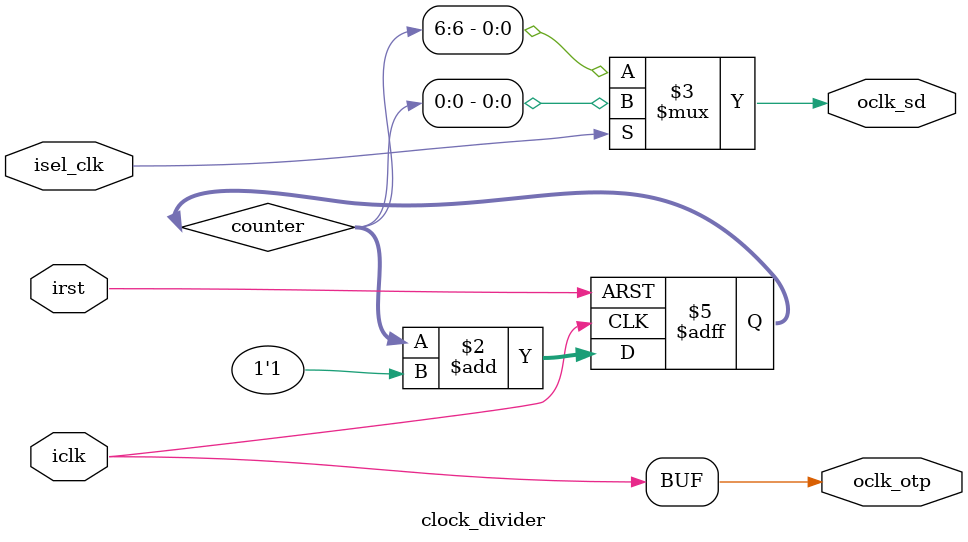
<source format=v>
`timescale 1ns/100ps

module clock_divider (
  input  irst,      // Global reset
  input  iclk,      // Reference clock
  input  isel_clk,  // Select slow (0) or fast (1) clock
  output oclk_otp,
  output oclk_sd
);

  reg [6:0] counter = 7'd0; 
  always @(posedge iclk or posedge irst) begin
    if (irst)
      counter <= 7'd0;
    else
      counter <= counter + 1'b1;  
  end

  assign oclk_sd  = isel_clk ? counter[0] : counter[6];
  assign oclk_otp = iclk;

endmodule

</source>
